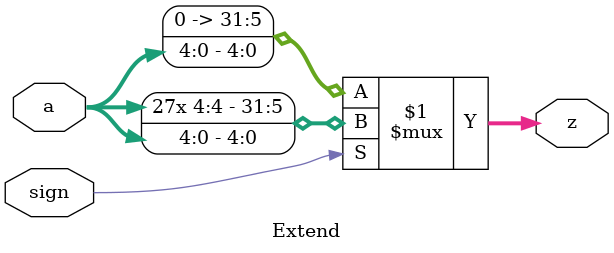
<source format=v>

`timescale 1ns / 1ps

module Extend #(parameter WIDTH = 5)(
    input [WIDTH - 1 : 0] a,
    input sign, //1有符号 0无符号
    output [31 : 0] z
    );
    assign z = sign ? ({{(32 - WIDTH){a[WIDTH - 1]}}, a}) : ({{(32 - WIDTH){1'b0}}, a});
endmodule

</source>
